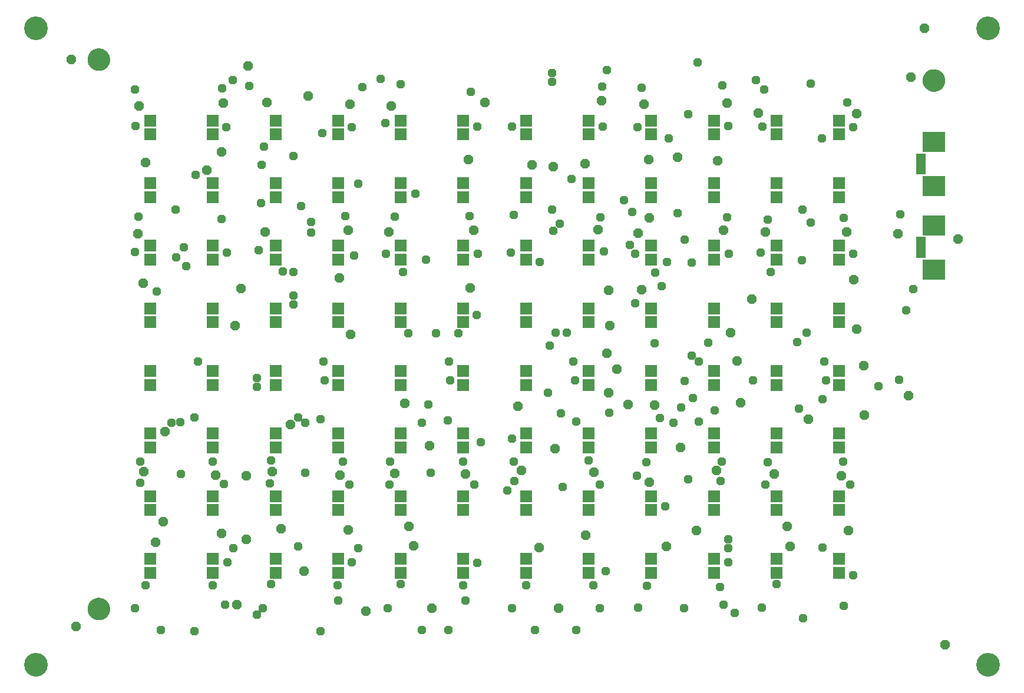
<source format=gbr>
G04 EAGLE Gerber RS-274X export*
G75*
%MOMM*%
%FSLAX34Y34*%
%LPD*%
%INSoldermask Top*%
%IPPOS*%
%AMOC8*
5,1,8,0,0,1.08239X$1,22.5*%
G01*
%ADD10C,3.403200*%
%ADD11R,1.653200X1.653200*%
%ADD12C,2.184400*%
%ADD13C,1.219200*%
%ADD14R,1.403200X0.503200*%
%ADD15R,3.203200X2.903200*%
%ADD16P,1.525737X8X22.500000*%
%ADD17P,1.319650X8X22.500000*%


D10*
X30000Y944800D03*
X1397600Y944800D03*
X1397600Y30000D03*
X30000Y30000D03*
D11*
X193800Y812400D03*
X193800Y792400D03*
X283800Y812400D03*
X283800Y792400D03*
X373800Y812400D03*
X373800Y792400D03*
X463800Y812400D03*
X463800Y792400D03*
X553800Y812400D03*
X553800Y792400D03*
X643800Y812400D03*
X643800Y792400D03*
X733800Y812400D03*
X733800Y792400D03*
X823800Y812400D03*
X823800Y792400D03*
X913800Y812400D03*
X913800Y792400D03*
X1003800Y812400D03*
X1003800Y792400D03*
X1093800Y812400D03*
X1093800Y792400D03*
X1183800Y812400D03*
X1183800Y792400D03*
X193800Y722400D03*
X193800Y702400D03*
X283800Y722400D03*
X283800Y702400D03*
X373800Y722400D03*
X373800Y702400D03*
X463800Y722400D03*
X463800Y702400D03*
X553800Y722400D03*
X553800Y702400D03*
X643800Y722400D03*
X643800Y702400D03*
X733800Y722400D03*
X733800Y702400D03*
X823800Y722400D03*
X823800Y702400D03*
X913800Y722400D03*
X913800Y702400D03*
X1003800Y722400D03*
X1003800Y702400D03*
X1093800Y722400D03*
X1093800Y702400D03*
X1183800Y722400D03*
X1183800Y702400D03*
X193800Y632400D03*
X193800Y612400D03*
X283800Y632400D03*
X283800Y612400D03*
X373800Y632400D03*
X373800Y612400D03*
X463800Y632400D03*
X463800Y612400D03*
X553800Y632400D03*
X553800Y612400D03*
X643800Y632400D03*
X643800Y612400D03*
X733800Y632400D03*
X733800Y612400D03*
X823800Y632400D03*
X823800Y612400D03*
X913800Y632400D03*
X913800Y612400D03*
X1003800Y632400D03*
X1003800Y612400D03*
X1093800Y632400D03*
X1093800Y612400D03*
X1183800Y632400D03*
X1183800Y612400D03*
X193800Y542400D03*
X193800Y522400D03*
X283800Y542400D03*
X283800Y522400D03*
X373800Y542400D03*
X373800Y522400D03*
X463800Y542400D03*
X463800Y522400D03*
X553800Y542400D03*
X553800Y522400D03*
X643800Y542400D03*
X643800Y522400D03*
X733800Y542400D03*
X733800Y522400D03*
X823800Y542400D03*
X823800Y522400D03*
X913800Y542400D03*
X913800Y522400D03*
X1003800Y542400D03*
X1003800Y522400D03*
X1093800Y542400D03*
X1093800Y522400D03*
X1183800Y542400D03*
X1183800Y522400D03*
X193800Y362400D03*
X193800Y342400D03*
X283800Y362400D03*
X283800Y342400D03*
X373800Y362400D03*
X373800Y342400D03*
X463800Y362400D03*
X463800Y342400D03*
X553800Y362400D03*
X553800Y342400D03*
X643800Y362400D03*
X643800Y342400D03*
X733800Y362400D03*
X733800Y342400D03*
X823800Y362400D03*
X823800Y342400D03*
X913800Y362400D03*
X913800Y342400D03*
X1003800Y362400D03*
X1003800Y342400D03*
X1093800Y362400D03*
X1093800Y342400D03*
X1183800Y362400D03*
X1183800Y342400D03*
X193800Y272400D03*
X193800Y252400D03*
X283800Y272400D03*
X283800Y252400D03*
X373800Y272400D03*
X373800Y252400D03*
X463800Y272400D03*
X463800Y252400D03*
X553800Y272400D03*
X553800Y252400D03*
X643800Y272400D03*
X643800Y252400D03*
X733800Y272400D03*
X733800Y252400D03*
X823800Y272400D03*
X823800Y252400D03*
X913800Y272400D03*
X913800Y252400D03*
X1003800Y272400D03*
X1003800Y252400D03*
X1093800Y272400D03*
X1093800Y252400D03*
X1183800Y272400D03*
X1183800Y252400D03*
X193800Y182400D03*
X193800Y162400D03*
X283800Y182400D03*
X283800Y162400D03*
X373800Y182400D03*
X373800Y162400D03*
X463800Y182400D03*
X463800Y162400D03*
X553800Y182400D03*
X553800Y162400D03*
X643800Y182400D03*
X643800Y162400D03*
X733800Y182400D03*
X733800Y162400D03*
X823800Y182400D03*
X823800Y162400D03*
X913800Y182400D03*
X913800Y162400D03*
X1003800Y182400D03*
X1003800Y162400D03*
X1093800Y182400D03*
X1093800Y162400D03*
X1183800Y182400D03*
X1183800Y162400D03*
X193800Y452400D03*
X193800Y432400D03*
X283800Y452400D03*
X283800Y432400D03*
X373800Y452400D03*
X373800Y432400D03*
X463800Y452400D03*
X463800Y432400D03*
X553800Y452400D03*
X553800Y432400D03*
X643800Y452400D03*
X643800Y432400D03*
X733800Y452400D03*
X733800Y432400D03*
X823800Y452400D03*
X823800Y432400D03*
X913800Y452400D03*
X913800Y432400D03*
X1003800Y452400D03*
X1003800Y432400D03*
X1093800Y452400D03*
X1093800Y432400D03*
X1183800Y452400D03*
X1183800Y432400D03*
D12*
X115000Y900000D02*
X115002Y900141D01*
X115008Y900282D01*
X115018Y900422D01*
X115032Y900562D01*
X115050Y900702D01*
X115071Y900841D01*
X115097Y900980D01*
X115126Y901118D01*
X115160Y901254D01*
X115197Y901390D01*
X115238Y901525D01*
X115283Y901659D01*
X115332Y901791D01*
X115384Y901922D01*
X115440Y902051D01*
X115500Y902178D01*
X115563Y902304D01*
X115629Y902428D01*
X115700Y902551D01*
X115773Y902671D01*
X115850Y902789D01*
X115930Y902905D01*
X116014Y903018D01*
X116100Y903129D01*
X116190Y903238D01*
X116283Y903344D01*
X116378Y903447D01*
X116477Y903548D01*
X116578Y903646D01*
X116682Y903741D01*
X116789Y903833D01*
X116898Y903922D01*
X117010Y904007D01*
X117124Y904090D01*
X117240Y904170D01*
X117359Y904246D01*
X117480Y904318D01*
X117602Y904388D01*
X117727Y904453D01*
X117853Y904516D01*
X117981Y904574D01*
X118111Y904629D01*
X118242Y904681D01*
X118375Y904728D01*
X118509Y904772D01*
X118644Y904813D01*
X118780Y904849D01*
X118917Y904881D01*
X119055Y904910D01*
X119193Y904935D01*
X119333Y904955D01*
X119473Y904972D01*
X119613Y904985D01*
X119754Y904994D01*
X119894Y904999D01*
X120035Y905000D01*
X120176Y904997D01*
X120317Y904990D01*
X120457Y904979D01*
X120597Y904964D01*
X120737Y904945D01*
X120876Y904923D01*
X121014Y904896D01*
X121152Y904866D01*
X121288Y904831D01*
X121424Y904793D01*
X121558Y904751D01*
X121692Y904705D01*
X121824Y904656D01*
X121954Y904602D01*
X122083Y904545D01*
X122210Y904485D01*
X122336Y904421D01*
X122459Y904353D01*
X122581Y904282D01*
X122701Y904208D01*
X122818Y904130D01*
X122933Y904049D01*
X123046Y903965D01*
X123157Y903878D01*
X123265Y903787D01*
X123370Y903694D01*
X123473Y903597D01*
X123573Y903498D01*
X123670Y903396D01*
X123764Y903291D01*
X123855Y903184D01*
X123943Y903074D01*
X124028Y902962D01*
X124110Y902847D01*
X124189Y902730D01*
X124264Y902611D01*
X124336Y902490D01*
X124404Y902367D01*
X124469Y902242D01*
X124531Y902115D01*
X124588Y901986D01*
X124643Y901856D01*
X124693Y901725D01*
X124740Y901592D01*
X124783Y901458D01*
X124822Y901322D01*
X124857Y901186D01*
X124889Y901049D01*
X124916Y900911D01*
X124940Y900772D01*
X124960Y900632D01*
X124976Y900492D01*
X124988Y900352D01*
X124996Y900211D01*
X125000Y900070D01*
X125000Y899930D01*
X124996Y899789D01*
X124988Y899648D01*
X124976Y899508D01*
X124960Y899368D01*
X124940Y899228D01*
X124916Y899089D01*
X124889Y898951D01*
X124857Y898814D01*
X124822Y898678D01*
X124783Y898542D01*
X124740Y898408D01*
X124693Y898275D01*
X124643Y898144D01*
X124588Y898014D01*
X124531Y897885D01*
X124469Y897758D01*
X124404Y897633D01*
X124336Y897510D01*
X124264Y897389D01*
X124189Y897270D01*
X124110Y897153D01*
X124028Y897038D01*
X123943Y896926D01*
X123855Y896816D01*
X123764Y896709D01*
X123670Y896604D01*
X123573Y896502D01*
X123473Y896403D01*
X123370Y896306D01*
X123265Y896213D01*
X123157Y896122D01*
X123046Y896035D01*
X122933Y895951D01*
X122818Y895870D01*
X122701Y895792D01*
X122581Y895718D01*
X122459Y895647D01*
X122336Y895579D01*
X122210Y895515D01*
X122083Y895455D01*
X121954Y895398D01*
X121824Y895344D01*
X121692Y895295D01*
X121558Y895249D01*
X121424Y895207D01*
X121288Y895169D01*
X121152Y895134D01*
X121014Y895104D01*
X120876Y895077D01*
X120737Y895055D01*
X120597Y895036D01*
X120457Y895021D01*
X120317Y895010D01*
X120176Y895003D01*
X120035Y895000D01*
X119894Y895001D01*
X119754Y895006D01*
X119613Y895015D01*
X119473Y895028D01*
X119333Y895045D01*
X119193Y895065D01*
X119055Y895090D01*
X118917Y895119D01*
X118780Y895151D01*
X118644Y895187D01*
X118509Y895228D01*
X118375Y895272D01*
X118242Y895319D01*
X118111Y895371D01*
X117981Y895426D01*
X117853Y895484D01*
X117727Y895547D01*
X117602Y895612D01*
X117480Y895682D01*
X117359Y895754D01*
X117240Y895830D01*
X117124Y895910D01*
X117010Y895993D01*
X116898Y896078D01*
X116789Y896167D01*
X116682Y896259D01*
X116578Y896354D01*
X116477Y896452D01*
X116378Y896553D01*
X116283Y896656D01*
X116190Y896762D01*
X116100Y896871D01*
X116014Y896982D01*
X115930Y897095D01*
X115850Y897211D01*
X115773Y897329D01*
X115700Y897449D01*
X115629Y897572D01*
X115563Y897696D01*
X115500Y897822D01*
X115440Y897949D01*
X115384Y898078D01*
X115332Y898209D01*
X115283Y898341D01*
X115238Y898475D01*
X115197Y898610D01*
X115160Y898746D01*
X115126Y898882D01*
X115097Y899020D01*
X115071Y899159D01*
X115050Y899298D01*
X115032Y899438D01*
X115018Y899578D01*
X115008Y899718D01*
X115002Y899859D01*
X115000Y900000D01*
D13*
X120000Y900000D03*
D12*
X115000Y110000D02*
X115002Y110141D01*
X115008Y110282D01*
X115018Y110422D01*
X115032Y110562D01*
X115050Y110702D01*
X115071Y110841D01*
X115097Y110980D01*
X115126Y111118D01*
X115160Y111254D01*
X115197Y111390D01*
X115238Y111525D01*
X115283Y111659D01*
X115332Y111791D01*
X115384Y111922D01*
X115440Y112051D01*
X115500Y112178D01*
X115563Y112304D01*
X115629Y112428D01*
X115700Y112551D01*
X115773Y112671D01*
X115850Y112789D01*
X115930Y112905D01*
X116014Y113018D01*
X116100Y113129D01*
X116190Y113238D01*
X116283Y113344D01*
X116378Y113447D01*
X116477Y113548D01*
X116578Y113646D01*
X116682Y113741D01*
X116789Y113833D01*
X116898Y113922D01*
X117010Y114007D01*
X117124Y114090D01*
X117240Y114170D01*
X117359Y114246D01*
X117480Y114318D01*
X117602Y114388D01*
X117727Y114453D01*
X117853Y114516D01*
X117981Y114574D01*
X118111Y114629D01*
X118242Y114681D01*
X118375Y114728D01*
X118509Y114772D01*
X118644Y114813D01*
X118780Y114849D01*
X118917Y114881D01*
X119055Y114910D01*
X119193Y114935D01*
X119333Y114955D01*
X119473Y114972D01*
X119613Y114985D01*
X119754Y114994D01*
X119894Y114999D01*
X120035Y115000D01*
X120176Y114997D01*
X120317Y114990D01*
X120457Y114979D01*
X120597Y114964D01*
X120737Y114945D01*
X120876Y114923D01*
X121014Y114896D01*
X121152Y114866D01*
X121288Y114831D01*
X121424Y114793D01*
X121558Y114751D01*
X121692Y114705D01*
X121824Y114656D01*
X121954Y114602D01*
X122083Y114545D01*
X122210Y114485D01*
X122336Y114421D01*
X122459Y114353D01*
X122581Y114282D01*
X122701Y114208D01*
X122818Y114130D01*
X122933Y114049D01*
X123046Y113965D01*
X123157Y113878D01*
X123265Y113787D01*
X123370Y113694D01*
X123473Y113597D01*
X123573Y113498D01*
X123670Y113396D01*
X123764Y113291D01*
X123855Y113184D01*
X123943Y113074D01*
X124028Y112962D01*
X124110Y112847D01*
X124189Y112730D01*
X124264Y112611D01*
X124336Y112490D01*
X124404Y112367D01*
X124469Y112242D01*
X124531Y112115D01*
X124588Y111986D01*
X124643Y111856D01*
X124693Y111725D01*
X124740Y111592D01*
X124783Y111458D01*
X124822Y111322D01*
X124857Y111186D01*
X124889Y111049D01*
X124916Y110911D01*
X124940Y110772D01*
X124960Y110632D01*
X124976Y110492D01*
X124988Y110352D01*
X124996Y110211D01*
X125000Y110070D01*
X125000Y109930D01*
X124996Y109789D01*
X124988Y109648D01*
X124976Y109508D01*
X124960Y109368D01*
X124940Y109228D01*
X124916Y109089D01*
X124889Y108951D01*
X124857Y108814D01*
X124822Y108678D01*
X124783Y108542D01*
X124740Y108408D01*
X124693Y108275D01*
X124643Y108144D01*
X124588Y108014D01*
X124531Y107885D01*
X124469Y107758D01*
X124404Y107633D01*
X124336Y107510D01*
X124264Y107389D01*
X124189Y107270D01*
X124110Y107153D01*
X124028Y107038D01*
X123943Y106926D01*
X123855Y106816D01*
X123764Y106709D01*
X123670Y106604D01*
X123573Y106502D01*
X123473Y106403D01*
X123370Y106306D01*
X123265Y106213D01*
X123157Y106122D01*
X123046Y106035D01*
X122933Y105951D01*
X122818Y105870D01*
X122701Y105792D01*
X122581Y105718D01*
X122459Y105647D01*
X122336Y105579D01*
X122210Y105515D01*
X122083Y105455D01*
X121954Y105398D01*
X121824Y105344D01*
X121692Y105295D01*
X121558Y105249D01*
X121424Y105207D01*
X121288Y105169D01*
X121152Y105134D01*
X121014Y105104D01*
X120876Y105077D01*
X120737Y105055D01*
X120597Y105036D01*
X120457Y105021D01*
X120317Y105010D01*
X120176Y105003D01*
X120035Y105000D01*
X119894Y105001D01*
X119754Y105006D01*
X119613Y105015D01*
X119473Y105028D01*
X119333Y105045D01*
X119193Y105065D01*
X119055Y105090D01*
X118917Y105119D01*
X118780Y105151D01*
X118644Y105187D01*
X118509Y105228D01*
X118375Y105272D01*
X118242Y105319D01*
X118111Y105371D01*
X117981Y105426D01*
X117853Y105484D01*
X117727Y105547D01*
X117602Y105612D01*
X117480Y105682D01*
X117359Y105754D01*
X117240Y105830D01*
X117124Y105910D01*
X117010Y105993D01*
X116898Y106078D01*
X116789Y106167D01*
X116682Y106259D01*
X116578Y106354D01*
X116477Y106452D01*
X116378Y106553D01*
X116283Y106656D01*
X116190Y106762D01*
X116100Y106871D01*
X116014Y106982D01*
X115930Y107095D01*
X115850Y107211D01*
X115773Y107329D01*
X115700Y107449D01*
X115629Y107572D01*
X115563Y107696D01*
X115500Y107822D01*
X115440Y107949D01*
X115384Y108078D01*
X115332Y108209D01*
X115283Y108341D01*
X115238Y108475D01*
X115197Y108610D01*
X115160Y108746D01*
X115126Y108882D01*
X115097Y109020D01*
X115071Y109159D01*
X115050Y109298D01*
X115032Y109438D01*
X115018Y109578D01*
X115008Y109718D01*
X115002Y109859D01*
X115000Y110000D01*
D13*
X120000Y110000D03*
D12*
X1315000Y870000D02*
X1315002Y870141D01*
X1315008Y870282D01*
X1315018Y870422D01*
X1315032Y870562D01*
X1315050Y870702D01*
X1315071Y870841D01*
X1315097Y870980D01*
X1315126Y871118D01*
X1315160Y871254D01*
X1315197Y871390D01*
X1315238Y871525D01*
X1315283Y871659D01*
X1315332Y871791D01*
X1315384Y871922D01*
X1315440Y872051D01*
X1315500Y872178D01*
X1315563Y872304D01*
X1315629Y872428D01*
X1315700Y872551D01*
X1315773Y872671D01*
X1315850Y872789D01*
X1315930Y872905D01*
X1316014Y873018D01*
X1316100Y873129D01*
X1316190Y873238D01*
X1316283Y873344D01*
X1316378Y873447D01*
X1316477Y873548D01*
X1316578Y873646D01*
X1316682Y873741D01*
X1316789Y873833D01*
X1316898Y873922D01*
X1317010Y874007D01*
X1317124Y874090D01*
X1317240Y874170D01*
X1317359Y874246D01*
X1317480Y874318D01*
X1317602Y874388D01*
X1317727Y874453D01*
X1317853Y874516D01*
X1317981Y874574D01*
X1318111Y874629D01*
X1318242Y874681D01*
X1318375Y874728D01*
X1318509Y874772D01*
X1318644Y874813D01*
X1318780Y874849D01*
X1318917Y874881D01*
X1319055Y874910D01*
X1319193Y874935D01*
X1319333Y874955D01*
X1319473Y874972D01*
X1319613Y874985D01*
X1319754Y874994D01*
X1319894Y874999D01*
X1320035Y875000D01*
X1320176Y874997D01*
X1320317Y874990D01*
X1320457Y874979D01*
X1320597Y874964D01*
X1320737Y874945D01*
X1320876Y874923D01*
X1321014Y874896D01*
X1321152Y874866D01*
X1321288Y874831D01*
X1321424Y874793D01*
X1321558Y874751D01*
X1321692Y874705D01*
X1321824Y874656D01*
X1321954Y874602D01*
X1322083Y874545D01*
X1322210Y874485D01*
X1322336Y874421D01*
X1322459Y874353D01*
X1322581Y874282D01*
X1322701Y874208D01*
X1322818Y874130D01*
X1322933Y874049D01*
X1323046Y873965D01*
X1323157Y873878D01*
X1323265Y873787D01*
X1323370Y873694D01*
X1323473Y873597D01*
X1323573Y873498D01*
X1323670Y873396D01*
X1323764Y873291D01*
X1323855Y873184D01*
X1323943Y873074D01*
X1324028Y872962D01*
X1324110Y872847D01*
X1324189Y872730D01*
X1324264Y872611D01*
X1324336Y872490D01*
X1324404Y872367D01*
X1324469Y872242D01*
X1324531Y872115D01*
X1324588Y871986D01*
X1324643Y871856D01*
X1324693Y871725D01*
X1324740Y871592D01*
X1324783Y871458D01*
X1324822Y871322D01*
X1324857Y871186D01*
X1324889Y871049D01*
X1324916Y870911D01*
X1324940Y870772D01*
X1324960Y870632D01*
X1324976Y870492D01*
X1324988Y870352D01*
X1324996Y870211D01*
X1325000Y870070D01*
X1325000Y869930D01*
X1324996Y869789D01*
X1324988Y869648D01*
X1324976Y869508D01*
X1324960Y869368D01*
X1324940Y869228D01*
X1324916Y869089D01*
X1324889Y868951D01*
X1324857Y868814D01*
X1324822Y868678D01*
X1324783Y868542D01*
X1324740Y868408D01*
X1324693Y868275D01*
X1324643Y868144D01*
X1324588Y868014D01*
X1324531Y867885D01*
X1324469Y867758D01*
X1324404Y867633D01*
X1324336Y867510D01*
X1324264Y867389D01*
X1324189Y867270D01*
X1324110Y867153D01*
X1324028Y867038D01*
X1323943Y866926D01*
X1323855Y866816D01*
X1323764Y866709D01*
X1323670Y866604D01*
X1323573Y866502D01*
X1323473Y866403D01*
X1323370Y866306D01*
X1323265Y866213D01*
X1323157Y866122D01*
X1323046Y866035D01*
X1322933Y865951D01*
X1322818Y865870D01*
X1322701Y865792D01*
X1322581Y865718D01*
X1322459Y865647D01*
X1322336Y865579D01*
X1322210Y865515D01*
X1322083Y865455D01*
X1321954Y865398D01*
X1321824Y865344D01*
X1321692Y865295D01*
X1321558Y865249D01*
X1321424Y865207D01*
X1321288Y865169D01*
X1321152Y865134D01*
X1321014Y865104D01*
X1320876Y865077D01*
X1320737Y865055D01*
X1320597Y865036D01*
X1320457Y865021D01*
X1320317Y865010D01*
X1320176Y865003D01*
X1320035Y865000D01*
X1319894Y865001D01*
X1319754Y865006D01*
X1319613Y865015D01*
X1319473Y865028D01*
X1319333Y865045D01*
X1319193Y865065D01*
X1319055Y865090D01*
X1318917Y865119D01*
X1318780Y865151D01*
X1318644Y865187D01*
X1318509Y865228D01*
X1318375Y865272D01*
X1318242Y865319D01*
X1318111Y865371D01*
X1317981Y865426D01*
X1317853Y865484D01*
X1317727Y865547D01*
X1317602Y865612D01*
X1317480Y865682D01*
X1317359Y865754D01*
X1317240Y865830D01*
X1317124Y865910D01*
X1317010Y865993D01*
X1316898Y866078D01*
X1316789Y866167D01*
X1316682Y866259D01*
X1316578Y866354D01*
X1316477Y866452D01*
X1316378Y866553D01*
X1316283Y866656D01*
X1316190Y866762D01*
X1316100Y866871D01*
X1316014Y866982D01*
X1315930Y867095D01*
X1315850Y867211D01*
X1315773Y867329D01*
X1315700Y867449D01*
X1315629Y867572D01*
X1315563Y867696D01*
X1315500Y867822D01*
X1315440Y867949D01*
X1315384Y868078D01*
X1315332Y868209D01*
X1315283Y868341D01*
X1315238Y868475D01*
X1315197Y868610D01*
X1315160Y868746D01*
X1315126Y868882D01*
X1315097Y869020D01*
X1315071Y869159D01*
X1315050Y869298D01*
X1315032Y869438D01*
X1315018Y869578D01*
X1315008Y869718D01*
X1315002Y869859D01*
X1315000Y870000D01*
D13*
X1320000Y870000D03*
D14*
X1301000Y737500D03*
X1301000Y742500D03*
X1301000Y747500D03*
X1301000Y752500D03*
X1301000Y757500D03*
X1301000Y762500D03*
D15*
X1320000Y718200D03*
X1320000Y781800D03*
D14*
X1301000Y617500D03*
X1301000Y622500D03*
X1301000Y627500D03*
X1301000Y632500D03*
X1301000Y637500D03*
X1301000Y642500D03*
D15*
X1320000Y598200D03*
X1320000Y661800D03*
D16*
X1286750Y875020D03*
D17*
X262090Y466146D03*
X442430Y466146D03*
X622770Y466146D03*
X801840Y466146D03*
X982180Y466146D03*
X1162520Y466146D03*
D16*
X368770Y307650D03*
X287490Y302570D03*
X212560Y235260D03*
X331940Y301300D03*
X381470Y225100D03*
X477990Y223830D03*
X296380Y218750D03*
X559270Y405440D03*
X721830Y401630D03*
X850100Y477830D03*
X864070Y454970D03*
X918680Y402900D03*
X1041870Y406710D03*
X1036790Y466400D03*
X978370Y222560D03*
X1219670Y388930D03*
X1196810Y222560D03*
X1058380Y555300D03*
X853910Y517200D03*
X899630Y569270D03*
X653250Y571810D03*
X465290Y585780D03*
X183350Y578160D03*
X650710Y755960D03*
X951700Y759770D03*
X1090130Y303840D03*
X1186650Y301300D03*
X1109180Y228910D03*
X1139660Y382580D03*
X911060Y292410D03*
X955510Y341940D03*
X1007580Y308920D03*
X935190Y199700D03*
X1112990Y199700D03*
X852640Y420680D03*
X880580Y404170D03*
X726910Y308920D03*
X831050Y306380D03*
X775170Y340670D03*
X852640Y568000D03*
X837400Y655630D03*
X545300Y305110D03*
X565620Y228910D03*
X594830Y344480D03*
X646900Y303840D03*
X466560Y302570D03*
X395440Y374960D03*
X184620Y307650D03*
X215100Y364800D03*
X201130Y206050D03*
X414490Y164140D03*
X331940Y209860D03*
X317970Y115880D03*
X571970Y200970D03*
X598640Y110800D03*
X780250Y110800D03*
X752310Y198430D03*
X819620Y216210D03*
X1077430Y651820D03*
X1194270Y651820D03*
X1204430Y583240D03*
X1209160Y512770D03*
X909790Y755960D03*
X1008850Y754690D03*
X1027900Y507040D03*
X1067270Y823270D03*
X1022820Y837240D03*
X1017740Y654360D03*
X903440Y835970D03*
X894550Y650550D03*
X742150Y748340D03*
X772630Y745800D03*
X842480Y841050D03*
X674840Y838510D03*
X540220Y833430D03*
X480530Y835970D03*
X361150Y838510D03*
X420840Y847400D03*
X658330Y654360D03*
X536410Y651820D03*
X477990Y654360D03*
X358610Y651820D03*
X334480Y890580D03*
X315430Y517200D03*
X296300Y766960D03*
X175730Y649280D03*
X187160Y752150D03*
X481800Y504500D03*
X324320Y570540D03*
X298920Y837240D03*
X503390Y106990D03*
X86868Y85344D03*
X1335948Y58730D03*
X1283424Y416522D03*
X80742Y899856D03*
X178096Y833740D03*
X1306750Y945020D03*
X1354270Y641820D03*
X818480Y750050D03*
X275300Y740960D03*
X1209270Y822270D03*
X1218908Y460050D03*
X911060Y672902D03*
X1268428Y649882D03*
D17*
X962114Y438206D03*
X962114Y640898D03*
X1271684Y677592D03*
X775932Y507294D03*
X799046Y728274D03*
X782282Y664266D03*
X849846Y884738D03*
X242326Y630006D03*
X259042Y734624D03*
X1240000Y430000D03*
X346926Y442524D03*
X444716Y438714D03*
X625056Y438714D03*
X1164806Y438714D03*
X1059650Y438714D03*
X804126Y438714D03*
X1270000Y440000D03*
X1280000Y540000D03*
X662852Y532948D03*
X792188Y507294D03*
X1290000Y570000D03*
X772884Y653598D03*
X771614Y684332D03*
X883374Y633278D03*
X886264Y681094D03*
X929094Y574096D03*
X938746Y786694D03*
X919442Y593448D03*
X874484Y698048D03*
X556730Y594670D03*
X525234Y872292D03*
X1085558Y594924D03*
X1064222Y870260D03*
X765010Y421442D03*
X746468Y79812D03*
X972274Y474274D03*
X982180Y379278D03*
X956526Y399598D03*
X966686Y296474D03*
X805904Y379722D03*
X805904Y79812D03*
X853656Y392232D03*
X848576Y164902D03*
X668744Y349814D03*
X663918Y176586D03*
X621246Y381310D03*
X622516Y79812D03*
X1159472Y411536D03*
X1159472Y198684D03*
X936714Y609402D03*
X966686Y821238D03*
X1142962Y665536D03*
X1142962Y865434D03*
X1136612Y507294D03*
X1158964Y786694D03*
X604228Y506278D03*
X636994Y506278D03*
X1130008Y611688D03*
X1131024Y684332D03*
X590004Y612450D03*
X574510Y706938D03*
X753834Y609402D03*
X771614Y880928D03*
X926300Y384612D03*
X933920Y257612D03*
X945350Y377500D03*
X960844Y111308D03*
X1125690Y397820D03*
X1131532Y96830D03*
X583908Y377500D03*
X583908Y79812D03*
X783552Y391470D03*
X786346Y285552D03*
X593052Y404170D03*
X596862Y305618D03*
X1024598Y209860D03*
X1033488Y104450D03*
X1024598Y197160D03*
X1024598Y176840D03*
X203416Y566984D03*
X384010Y595178D03*
X564350Y506278D03*
X768058Y489006D03*
X973290Y413568D03*
X1005294Y395788D03*
X1123658Y494086D03*
X890976Y549364D03*
X918426Y492054D03*
X995642Y493324D03*
X230848Y615498D03*
X230594Y684332D03*
X236944Y378516D03*
X238214Y304602D03*
X399250Y594670D03*
X399250Y761040D03*
X399250Y548442D03*
X336004Y862132D03*
X424650Y651058D03*
X498310Y860100D03*
X424650Y666298D03*
X441160Y794568D03*
X172682Y804474D03*
X172174Y857052D03*
X172174Y623626D03*
X176746Y673918D03*
X179794Y291648D03*
X179032Y322128D03*
X171762Y111070D03*
X186652Y144328D03*
X303238Y802696D03*
X297142Y858830D03*
X303746Y622356D03*
X295872Y670870D03*
X299682Y290124D03*
X283934Y322128D03*
X300952Y115880D03*
X483578Y803204D03*
X492468Y721924D03*
X473672Y674680D03*
X479768Y288600D03*
X470878Y322128D03*
X716242Y322128D03*
X823938Y323398D03*
X531854Y809046D03*
X553936Y864418D03*
X532854Y621086D03*
X545554Y674172D03*
X663918Y803458D03*
X654012Y853750D03*
X664426Y621086D03*
X652742Y674680D03*
X659854Y288600D03*
X1013422Y293680D03*
X1077938Y288854D03*
X1199858Y288600D03*
X1189952Y114610D03*
X355848Y111054D03*
X367246Y323398D03*
X365722Y290886D03*
X410934Y689158D03*
X349974Y626166D03*
X353784Y749102D03*
X357594Y774756D03*
X463512Y122230D03*
X486626Y618546D03*
X713702Y803458D03*
X844258Y803712D03*
X894042Y803204D03*
X1024598Y804220D03*
X1073112Y803966D03*
X1203668Y802950D03*
X771614Y868228D03*
X843242Y861370D03*
X899884Y859592D03*
X1015962Y862640D03*
X1076414Y857052D03*
X1195032Y838510D03*
X711924Y622356D03*
X846036Y624134D03*
X890994Y621086D03*
X1025106Y621086D03*
X1071334Y622356D03*
X1204176Y621086D03*
X716242Y676712D03*
X840702Y673410D03*
X951954Y678998D03*
X1022312Y673410D03*
X1081494Y670362D03*
X1189952Y672140D03*
X537934Y288854D03*
X717004Y294188D03*
X839686Y288854D03*
X892772Y301808D03*
X538696Y322128D03*
X643598Y322128D03*
X906742Y320858D03*
X1015454Y322128D03*
X1080986Y321366D03*
X1189698Y322128D03*
X534632Y111054D03*
X646392Y122230D03*
X713448Y111308D03*
X839686Y111054D03*
X894550Y111816D03*
X1017232Y115880D03*
X1072858Y111816D03*
X283934Y144328D03*
X367246Y145598D03*
X463258Y144328D03*
X553936Y145598D03*
X643598Y144328D03*
X734022Y144328D03*
X830288Y144328D03*
X907504Y143614D03*
X1012914Y141788D03*
X1093686Y145598D03*
X1203668Y158806D03*
X245326Y603306D03*
X312128Y870260D03*
X223990Y377500D03*
X209258Y79812D03*
X313398Y197160D03*
X304508Y176840D03*
X257090Y385786D03*
X257090Y77812D03*
X399250Y561142D03*
X353022Y693730D03*
X416522Y377500D03*
X416522Y305618D03*
X346926Y429824D03*
X346926Y101656D03*
X406362Y385374D03*
X406362Y199700D03*
X492468Y197160D03*
X483578Y176840D03*
X438668Y383278D03*
X438668Y77812D03*
X713702Y354640D03*
X706702Y280360D03*
X972274Y608386D03*
X980656Y895946D03*
M02*

</source>
